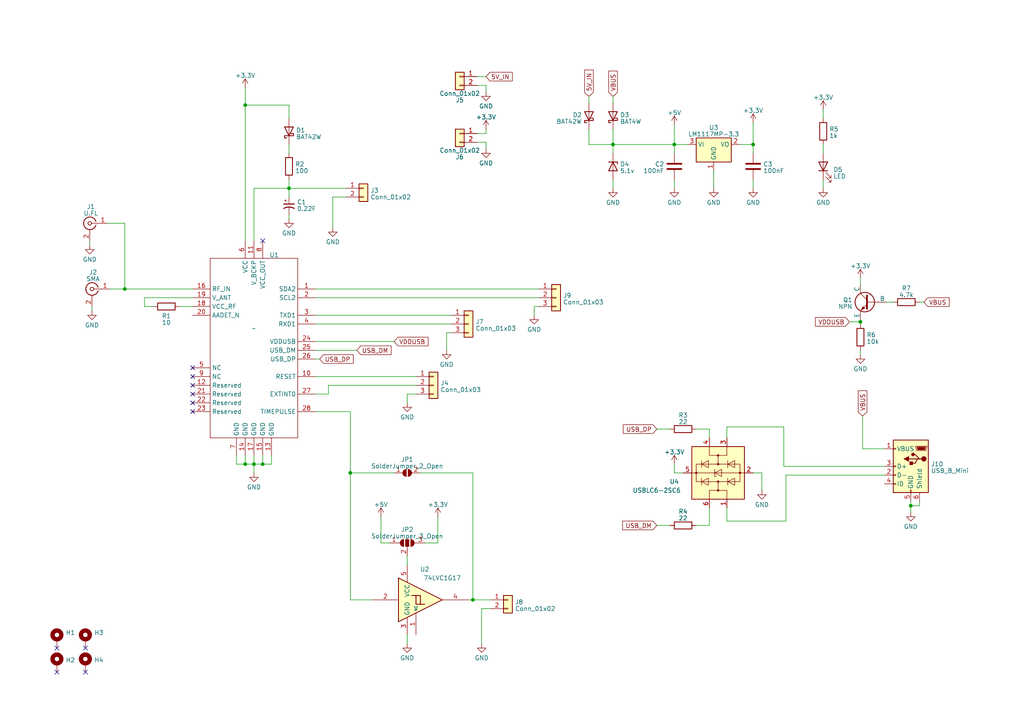
<source format=kicad_sch>
(kicad_sch (version 20230121) (generator eeschema)
  (paper "A4")
  (lib_symbols
    (symbol "74xGxx:74LVC1G17"
      (property "Reference" "U" (at 2.54 7.62 0))
      (property "Value" "74LVC1G17" (at 5.08 -7.62 0))
      (symbol "74LVC1G17_0_1"
        (polyline (pts (xy -2.54 1.27) (xy -1.27 1.27) (xy -1.27 -1.27)) (stroke (width 0.254)) (fill (type background)))
        (polyline (pts (xy -7.62 6.35) (xy -7.62 -6.35) (xy 5.08 0) (xy -7.62 6.35)) (stroke (width 0.254)) (fill (type background)))
        (polyline (pts (xy -3.81 1.27) (xy -2.54 1.27) (xy -2.54 -1.27) (xy 0 -1.27)) (stroke (width 0.254)) (fill (type background)))
      )
      (symbol "74LVC1G17_1_1"
        (pin free line (at -2.54 -10.16 90) (length 6.35) (name "NC") (number "1"))
        (pin input line (at -15.24 0 0) (length 7.62) (name "~") (number "2"))
        (pin power_in line (at -5.08 -10.16 90) (length 5.08) (name "GND") (number "3"))
        (pin output line (at 12.7 0 180) (length 7.62) (name "~") (number "4"))
        (pin power_in line (at -5.08 10.16 270) (length 5.08) (name "VCC") (number "5"))
      )
    )
    (symbol "Connector:Conn_Coaxial" (pin_names (offset 1.016) hide)
      (property "Reference" "J" (at 0.254 3.048 0))
      (property "Value" "Conn_Coaxial" (at 2.921 0 90))
      (symbol "Conn_Coaxial_0_1"
        (arc (start -1.778 -0.508) (mid 0.2311 -1.8066) (end 1.778 0) (stroke (width 0.254)))
        (polyline (pts (xy -2.54 0) (xy -0.508 0)))
        (polyline (pts (xy 0 -2.54) (xy 0 -1.778)))
        (circle (center 0 0) (radius 0.508) (stroke (width 0.2032)))
        (arc (start 1.778 0) (mid 0.2099 1.8101) (end -1.778 0.508) (stroke (width 0.254)))
      )
      (symbol "Conn_Coaxial_1_1"
        (pin passive line (at -5.08 0 0) (length 2.54) (name "In") (number "1"))
        (pin passive line (at 0 -5.08 90) (length 2.54) (name "Ext") (number "2"))
      )
    )
    (symbol "Connector:USB_B_Mini" (pin_names (offset 1.016))
      (property "Reference" "J" (at -5.08 11.43 0))
      (property "Value" "USB_B_Mini" (at -5.08 8.89 0))
      (symbol "USB_B_Mini_0_1"
        (rectangle (start -5.08 -7.62) (end 5.08 7.62) (stroke (width 0.254)) (fill (type background)))
        (circle (center -3.81 2.159) (radius 0.635) (stroke (width 0.254)) (fill (type outline)))
        (circle (center -0.635 3.429) (radius 0.381) (stroke (width 0.254)) (fill (type outline)))
        (rectangle (start -0.127 -7.62) (end 0.127 -6.858))
        (polyline (pts (xy -1.905 2.159) (xy 0.635 2.159)) (stroke (width 0.254)))
        (polyline (pts (xy -3.175 2.159) (xy -2.54 2.159) (xy -1.27 3.429) (xy -0.635 3.429)) (stroke (width 0.254)))
        (polyline (pts (xy -2.54 2.159) (xy -1.905 2.159) (xy -1.27 0.889) (xy 0 0.889)) (stroke (width 0.254)))
        (polyline (pts (xy 0.635 2.794) (xy 0.635 1.524) (xy 1.905 2.159) (xy 0.635 2.794)) (stroke (width 0.254)) (fill (type outline)))
        (polyline (pts (xy -4.318 5.588) (xy -1.778 5.588) (xy -2.032 4.826) (xy -4.064 4.826) (xy -4.318 5.588)) (fill (type outline)))
        (polyline (pts (xy -4.699 5.842) (xy -4.699 5.588) (xy -4.445 4.826) (xy -4.445 4.572) (xy -1.651 4.572) (xy -1.651 4.826) (xy -1.397 5.588) (xy -1.397 5.842) (xy -4.699 5.842)))
        (rectangle (start 0.254 1.27) (end -0.508 0.508) (stroke (width 0.254)) (fill (type outline)))
        (rectangle (start 5.08 -5.207) (end 4.318 -4.953))
        (rectangle (start 5.08 -2.667) (end 4.318 -2.413))
        (rectangle (start 5.08 -0.127) (end 4.318 0.127))
        (rectangle (start 5.08 4.953) (end 4.318 5.207))
      )
      (symbol "USB_B_Mini_1_1"
        (pin power_out line (at 7.62 5.08 180) (length 2.54) (name "VBUS") (number "1"))
        (pin bidirectional line (at 7.62 -2.54 180) (length 2.54) (name "D-") (number "2"))
        (pin bidirectional line (at 7.62 0 180) (length 2.54) (name "D+") (number "3"))
        (pin passive line (at 7.62 -5.08 180) (length 2.54) (name "ID") (number "4"))
        (pin power_out line (at 0 -10.16 90) (length 2.54) (name "GND") (number "5"))
        (pin passive line (at -2.54 -10.16 90) (length 2.54) (name "Shield") (number "6"))
      )
    )
    (symbol "Connector_Generic:Conn_01x02" (pin_names (offset 1.016) hide)
      (property "Reference" "J" (at 0 2.54 0))
      (property "Value" "Conn_01x02" (at 0 -5.08 0))
      (symbol "Conn_01x02_1_1"
        (rectangle (start -1.27 -2.413) (end 0 -2.667) (stroke (width 0.1524)))
        (rectangle (start -1.27 0.127) (end 0 -0.127) (stroke (width 0.1524)))
        (rectangle (start -1.27 1.27) (end 1.27 -3.81) (stroke (width 0.254)) (fill (type background)))
        (pin passive line (at -5.08 0 0) (length 3.81) (name "Pin_1") (number "1"))
        (pin passive line (at -5.08 -2.54 0) (length 3.81) (name "Pin_2") (number "2"))
      )
    )
    (symbol "Connector_Generic:Conn_01x03" (pin_names (offset 1.016) hide)
      (property "Reference" "J" (at 0 5.08 0))
      (property "Value" "Conn_01x03" (at 0 -5.08 0))
      (symbol "Conn_01x03_1_1"
        (rectangle (start -1.27 -2.413) (end 0 -2.667) (stroke (width 0.1524)))
        (rectangle (start -1.27 0.127) (end 0 -0.127) (stroke (width 0.1524)))
        (rectangle (start -1.27 2.667) (end 0 2.413) (stroke (width 0.1524)))
        (rectangle (start -1.27 3.81) (end 1.27 -3.81) (stroke (width 0.254)) (fill (type background)))
        (pin passive line (at -5.08 2.54 0) (length 3.81) (name "Pin_1") (number "1"))
        (pin passive line (at -5.08 0 0) (length 3.81) (name "Pin_2") (number "2"))
        (pin passive line (at -5.08 -2.54 0) (length 3.81) (name "Pin_3") (number "3"))
      )
    )
    (symbol "Device:C" (pin_numbers hide) (pin_names (offset 0.254))
      (property "Reference" "C" (at 0.635 2.54 0))
      (property "Value" "C" (at 0.635 -2.54 0))
      (symbol "C_0_1"
        (polyline (pts (xy -2.032 -0.762) (xy 2.032 -0.762)) (stroke (width 0.508)))
        (polyline (pts (xy -2.032 0.762) (xy 2.032 0.762)) (stroke (width 0.508)))
      )
      (symbol "C_1_1"
        (pin passive line (at 0 3.81 270) (length 2.794) (name "~") (number "1"))
        (pin passive line (at 0 -3.81 90) (length 2.794) (name "~") (number "2"))
      )
    )
    (symbol "Device:C_Polarized_Small_US" (pin_numbers hide) (pin_names (offset 0.254) hide)
      (property "Reference" "C" (at 0.254 1.778 0))
      (property "Value" "C_Polarized_Small_US" (at 0.254 -2.032 0))
      (symbol "C_Polarized_Small_US_0_1"
        (polyline (pts (xy -1.524 0.508) (xy 1.524 0.508)) (stroke (width 0.3048)))
        (polyline (pts (xy -1.27 1.524) (xy -0.762 1.524)))
        (polyline (pts (xy -1.016 1.27) (xy -1.016 1.778)))
        (arc (start 1.524 -0.762) (mid 0 -0.3734) (end -1.524 -0.762) (stroke (width 0.3048)))
      )
      (symbol "C_Polarized_Small_US_1_1"
        (pin passive line (at 0 2.54 270) (length 2.032) (name "~") (number "1"))
        (pin passive line (at 0 -2.54 90) (length 2.032) (name "~") (number "2"))
      )
    )
    (symbol "Device:D_Schottky" (pin_numbers hide) (pin_names (offset 1.016) hide)
      (property "Reference" "D" (at 0 2.54 0))
      (property "Value" "D_Schottky" (at 0 -2.54 0))
      (symbol "D_Schottky_0_1"
        (polyline (pts (xy 1.27 0) (xy -1.27 0)))
        (polyline (pts (xy 1.27 1.27) (xy 1.27 -1.27) (xy -1.27 0) (xy 1.27 1.27)) (stroke (width 0.254)))
        (polyline (pts (xy -1.905 0.635) (xy -1.905 1.27) (xy -1.27 1.27) (xy -1.27 -1.27) (xy -0.635 -1.27) (xy -0.635 -0.635)) (stroke (width 0.254)))
      )
      (symbol "D_Schottky_1_1"
        (pin passive line (at -3.81 0 0) (length 2.54) (name "K") (number "1"))
        (pin passive line (at 3.81 0 180) (length 2.54) (name "A") (number "2"))
      )
    )
    (symbol "Device:D_Zener" (pin_numbers hide) (pin_names (offset 1.016) hide)
      (property "Reference" "D" (at 0 2.54 0))
      (property "Value" "D_Zener" (at 0 -2.54 0))
      (symbol "D_Zener_0_1"
        (polyline (pts (xy 1.27 0) (xy -1.27 0)))
        (polyline (pts (xy -1.27 -1.27) (xy -1.27 1.27) (xy -0.762 1.27)) (stroke (width 0.254)))
        (polyline (pts (xy 1.27 -1.27) (xy 1.27 1.27) (xy -1.27 0) (xy 1.27 -1.27)) (stroke (width 0.254)))
      )
      (symbol "D_Zener_1_1"
        (pin passive line (at -3.81 0 0) (length 2.54) (name "K") (number "1"))
        (pin passive line (at 3.81 0 180) (length 2.54) (name "A") (number "2"))
      )
    )
    (symbol "Device:LED" (pin_numbers hide) (pin_names (offset 1.016) hide)
      (property "Reference" "D" (at 0 2.54 0))
      (property "Value" "LED" (at 0 -2.54 0))
      (symbol "LED_0_1"
        (polyline (pts (xy -1.27 -1.27) (xy -1.27 1.27)) (stroke (width 0.254)))
        (polyline (pts (xy -1.27 0) (xy 1.27 0)))
        (polyline (pts (xy 1.27 -1.27) (xy 1.27 1.27) (xy -1.27 0) (xy 1.27 -1.27)) (stroke (width 0.254)))
        (polyline (pts (xy -3.048 -0.762) (xy -4.572 -2.286) (xy -3.81 -2.286) (xy -4.572 -2.286) (xy -4.572 -1.524)))
        (polyline (pts (xy -1.778 -0.762) (xy -3.302 -2.286) (xy -2.54 -2.286) (xy -3.302 -2.286) (xy -3.302 -1.524)))
      )
      (symbol "LED_1_1"
        (pin passive line (at -3.81 0 0) (length 2.54) (name "K") (number "1"))
        (pin passive line (at 3.81 0 180) (length 2.54) (name "A") (number "2"))
      )
    )
    (symbol "Device:R" (pin_numbers hide) (pin_names (offset 0))
      (property "Reference" "R" (at 2.032 0 90))
      (property "Value" "R" (at 0 0 90))
      (symbol "R_0_1"
        (rectangle (start -1.016 -2.54) (end 1.016 2.54) (stroke (width 0.254)))
      )
      (symbol "R_1_1"
        (pin passive line (at 0 3.81 270) (length 1.27) (name "~") (number "1"))
        (pin passive line (at 0 -3.81 90) (length 1.27) (name "~") (number "2"))
      )
    )
    (symbol "Jumper:SolderJumper_2_Open" (pin_names (offset 0) hide)
      (property "Reference" "JP" (at 0 2.032 0))
      (property "Value" "SolderJumper_2_Open" (at 0 -2.54 0))
      (symbol "SolderJumper_2_Open_0_1"
        (arc (start -0.254 1.016) (mid -1.2656 0) (end -0.254 -1.016))
        (arc (start -0.254 1.016) (mid -1.2656 0) (end -0.254 -1.016) (fill (type outline)))
        (polyline (pts (xy -0.254 1.016) (xy -0.254 -1.016)))
        (polyline (pts (xy 0.254 1.016) (xy 0.254 -1.016)))
        (arc (start 0.254 -1.016) (mid 1.2656 0) (end 0.254 1.016))
        (arc (start 0.254 -1.016) (mid 1.2656 0) (end 0.254 1.016) (fill (type outline)))
      )
      (symbol "SolderJumper_2_Open_1_1"
        (pin passive line (at -3.81 0 0) (length 2.54) (name "A") (number "1"))
        (pin passive line (at 3.81 0 180) (length 2.54) (name "B") (number "2"))
      )
    )
    (symbol "Jumper:SolderJumper_3_Open" (pin_names (offset 0) hide)
      (property "Reference" "JP" (at -2.54 -2.54 0))
      (property "Value" "SolderJumper_3_Open" (at 0 2.794 0))
      (symbol "SolderJumper_3_Open_0_1"
        (arc (start -1.016 1.016) (mid -2.0276 0) (end -1.016 -1.016))
        (arc (start -1.016 1.016) (mid -2.0276 0) (end -1.016 -1.016) (fill (type outline)))
        (rectangle (start -0.508 1.016) (end 0.508 -1.016) (fill (type outline)))
        (polyline (pts (xy -2.54 0) (xy -2.032 0)))
        (polyline (pts (xy -1.016 1.016) (xy -1.016 -1.016)))
        (polyline (pts (xy 0 -1.27) (xy 0 -1.016)))
        (polyline (pts (xy 1.016 1.016) (xy 1.016 -1.016)))
        (polyline (pts (xy 2.54 0) (xy 2.032 0)))
        (arc (start 1.016 -1.016) (mid 2.0276 0) (end 1.016 1.016))
        (arc (start 1.016 -1.016) (mid 2.0276 0) (end 1.016 1.016) (fill (type outline)))
      )
      (symbol "SolderJumper_3_Open_1_1"
        (pin passive line (at -5.08 0 0) (length 2.54) (name "A") (number "1"))
        (pin passive line (at 0 -3.81 90) (length 2.54) (name "C") (number "2"))
        (pin passive line (at 5.08 0 180) (length 2.54) (name "B") (number "3"))
      )
    )
    (symbol "Mechanical:MountingHole_Pad" (pin_numbers hide) (pin_names (offset 1.016) hide)
      (property "Reference" "H" (at 0 6.35 0))
      (property "Value" "MountingHole_Pad" (at 0 4.445 0))
      (symbol "MountingHole_Pad_0_1"
        (circle (center 0 1.27) (radius 1.27) (stroke (width 1.27)))
      )
      (symbol "MountingHole_Pad_1_1"
        (pin input line (at 0 -2.54 90) (length 2.54) (name "1") (number "1"))
      )
    )
    (symbol "Power_Protection:USBLC6-2SC6" (pin_names hide)
      (property "Reference" "U" (at 2.54 8.89 0))
      (property "Value" "USBLC6-2SC6" (at 2.54 -8.89 0))
      (symbol "USBLC6-2SC6_0_1"
        (rectangle (start -7.62 -7.62) (end 7.62 7.62) (stroke (width 0.254)) (fill (type background)))
        (circle (center -5.08 0) (radius 0.254) (fill (type outline)))
        (circle (center -2.54 0) (radius 0.254) (fill (type outline)))
        (rectangle (start -2.54 6.35) (end 2.54 -6.35))
        (circle (center 0 -6.35) (radius 0.254) (fill (type outline)))
        (polyline (pts (xy -5.08 -2.54) (xy -7.62 -2.54)))
        (polyline (pts (xy -5.08 0) (xy -5.08 -2.54)))
        (polyline (pts (xy -5.08 2.54) (xy -7.62 2.54)))
        (polyline (pts (xy -1.524 -2.794) (xy -3.556 -2.794)))
        (polyline (pts (xy -1.524 4.826) (xy -3.556 4.826)))
        (polyline (pts (xy 0 -7.62) (xy 0 -6.35)))
        (polyline (pts (xy 0 -6.35) (xy 0 1.27)))
        (polyline (pts (xy 0 1.27) (xy 0 6.35)))
        (polyline (pts (xy 0 6.35) (xy 0 7.62)))
        (polyline (pts (xy 1.524 -2.794) (xy 3.556 -2.794)))
        (polyline (pts (xy 1.524 4.826) (xy 3.556 4.826)))
        (polyline (pts (xy 5.08 -2.54) (xy 7.62 -2.54)))
        (polyline (pts (xy 5.08 0) (xy 5.08 -2.54)))
        (polyline (pts (xy 5.08 2.54) (xy 7.62 2.54)))
        (polyline (pts (xy -2.54 0) (xy -5.08 0) (xy -5.08 2.54)))
        (polyline (pts (xy 2.54 0) (xy 5.08 0) (xy 5.08 2.54)))
        (polyline (pts (xy -3.556 -4.826) (xy -1.524 -4.826) (xy -2.54 -2.794) (xy -3.556 -4.826)))
        (polyline (pts (xy -3.556 2.794) (xy -1.524 2.794) (xy -2.54 4.826) (xy -3.556 2.794)))
        (polyline (pts (xy -1.016 -1.016) (xy 1.016 -1.016) (xy 0 1.016) (xy -1.016 -1.016)))
        (polyline (pts (xy 1.016 1.016) (xy 0.762 1.016) (xy -1.016 1.016) (xy -1.016 0.508)))
        (polyline (pts (xy 3.556 -4.826) (xy 1.524 -4.826) (xy 2.54 -2.794) (xy 3.556 -4.826)))
        (polyline (pts (xy 3.556 2.794) (xy 1.524 2.794) (xy 2.54 4.826) (xy 3.556 2.794)))
        (circle (center 0 6.35) (radius 0.254) (fill (type outline)))
        (circle (center 2.54 0) (radius 0.254) (fill (type outline)))
        (circle (center 5.08 0) (radius 0.254) (fill (type outline)))
      )
      (symbol "USBLC6-2SC6_1_1"
        (pin passive line (at -10.16 -2.54 0) (length 2.54) (name "I/O1") (number "1"))
        (pin passive line (at 0 -10.16 90) (length 2.54) (name "GND") (number "2"))
        (pin passive line (at 10.16 -2.54 180) (length 2.54) (name "I/O2") (number "3"))
        (pin passive line (at 10.16 2.54 180) (length 2.54) (name "I/O2") (number "4"))
        (pin passive line (at 0 10.16 270) (length 2.54) (name "VBUS") (number "5"))
        (pin passive line (at -10.16 2.54 0) (length 2.54) (name "I/O1") (number "6"))
      )
    )
    (symbol "Regulator_Linear:LM1117MP-3.3"
      (property "Reference" "U" (at -3.81 3.175 0))
      (property "Value" "LM1117MP-3.3" (at 0 3.175 0))
      (symbol "LM1117MP-3.3_0_1"
        (rectangle (start -5.08 -5.08) (end 5.08 1.905) (stroke (width 0.254)) (fill (type background)))
      )
      (symbol "LM1117MP-3.3_1_1"
        (pin power_in line (at 0 -7.62 90) (length 2.54) (name "GND") (number "1"))
        (pin power_out line (at 7.62 0 180) (length 2.54) (name "VO") (number "2"))
        (pin power_in line (at -7.62 0 0) (length 2.54) (name "VI") (number "3"))
      )
    )
    (symbol "Simulation_SPICE:NPN" (pin_numbers hide) (pin_names (offset 0))
      (property "Reference" "Q" (at -2.54 7.62 0))
      (property "Value" "NPN" (at -2.54 5.08 0))
      (symbol "NPN_0_1"
        (polyline (pts (xy -2.54 0) (xy 0.635 0)) (stroke (width 0.1524)))
        (polyline (pts (xy 0.635 0.635) (xy 2.54 2.54)))
        (polyline (pts (xy 2.794 -1.27) (xy 2.794 -1.27)) (stroke (width 0.1524)))
        (polyline (pts (xy 2.794 -1.27) (xy 2.794 -1.27)) (stroke (width 0.1524)))
        (polyline (pts (xy 0.635 -0.635) (xy 2.54 -2.54) (xy 2.54 -2.54)))
        (polyline (pts (xy 0.635 1.905) (xy 0.635 -1.905) (xy 0.635 -1.905)) (stroke (width 0.508)))
        (polyline (pts (xy 1.27 -1.778) (xy 1.778 -1.27) (xy 2.286 -2.286) (xy 1.27 -1.778) (xy 1.27 -1.778)) (fill (type outline)))
        (circle (center 1.27 0) (radius 2.8194) (stroke (width 0.254)))
      )
      (symbol "NPN_1_1"
        (pin open_collector line (at 2.54 5.08 270) (length 2.54) (name "C") (number "1"))
        (pin input line (at -5.08 0 0) (length 2.54) (name "B") (number "2"))
        (pin open_emitter line (at 2.54 -5.08 90) (length 2.54) (name "E") (number "3"))
      )
    )
    (symbol "power:+3.3V" (power) (pin_names (offset 0))
      (property "Value" "+3.3V" (at 0 3.556 0))
      (symbol "+3.3V_0_1"
        (polyline (pts (xy -0.762 1.27) (xy 0 2.54)))
        (polyline (pts (xy 0 0) (xy 0 2.54)))
        (polyline (pts (xy 0 2.54) (xy 0.762 1.27)))
      )
      (symbol "+3.3V_1_1"
        (pin power_in line (at 0 0 90) (length 0) hide (name "+3.3V") (number "1"))
      )
    )
    (symbol "power:+5V" (power) (pin_names (offset 0))
      (property "Value" "+5V" (at 0 3.556 0))
      (symbol "+5V_0_1"
        (polyline (pts (xy -0.762 1.27) (xy 0 2.54)))
        (polyline (pts (xy 0 0) (xy 0 2.54)))
        (polyline (pts (xy 0 2.54) (xy 0.762 1.27)))
      )
      (symbol "+5V_1_1"
        (pin power_in line (at 0 0 90) (length 0) hide (name "+5V") (number "1"))
      )
    )
    (symbol "power:GND" (power) (pin_names (offset 0))
      (property "Value" "GND" (at 0 -3.81 0))
      (symbol "GND_0_1"
        (polyline (pts (xy 0 0) (xy 0 -1.27) (xy 1.27 -1.27) (xy 0 -2.54) (xy -1.27 -1.27) (xy 0 -1.27)))
      )
      (symbol "GND_1_1"
        (pin power_in line (at 0 0 270) (length 0) hide (name "GND") (number "1"))
      )
    )
    (symbol "ublox-lea-6h:ublox-lea-6h"
      (property "Reference" "U" (at 0 0 0))
      (symbol "ublox-lea-6h_1_1"
        (rectangle (start -12.7 26.67) (end 12.7 -25.4))
        (pin bidirectional line (at 17.78 17.78 180) (length 5.08) (name "SDA2") (number "1"))
        (pin input line (at 17.78 -7.62 180) (length 5.08) (name "RESET") (number "10"))
        (pin power_in line (at 0 31.75 270) (length 5.08) (name "V_BCKP") (number "11"))
        (pin no_connect line (at -17.78 -10.16 0) (length 5.08) (name "Reserved") (number "12"))
        (pin power_in line (at 5.08 -30.48 90) (length 5.08) (name "GND") (number "13"))
        (pin power_in line (at -2.54 -30.48 90) (length 5.08) (name "GND") (number "14"))
        (pin power_in line (at 2.54 -30.48 90) (length 5.08) (name "GND") (number "15"))
        (pin input line (at -17.78 17.78 0) (length 5.08) (name "RF_IN") (number "16"))
        (pin power_in line (at 0 -30.48 90) (length 5.08) (name "GND") (number "17"))
        (pin power_in line (at -17.78 12.7 0) (length 5.08) (name "VCC_RF") (number "18"))
        (pin power_in line (at -17.78 15.24 0) (length 5.08) (name "V_ANT") (number "19"))
        (pin input line (at 17.78 15.24 180) (length 5.08) (name "SCL2") (number "2"))
        (pin input line (at -17.78 10.16 0) (length 5.08) (name "AADET_N") (number "20"))
        (pin no_connect line (at -17.78 -12.7 0) (length 5.08) (name "Reserved") (number "21"))
        (pin no_connect line (at -17.78 -15.24 0) (length 5.08) (name "Reserved") (number "22"))
        (pin no_connect line (at -17.78 -17.78 0) (length 5.08) (name "Reserved") (number "23"))
        (pin power_in line (at 17.78 2.54 180) (length 5.08) (name "VDDUSB") (number "24"))
        (pin bidirectional line (at 17.78 0 180) (length 5.08) (name "USB_DM") (number "25"))
        (pin bidirectional line (at 17.78 -2.54 180) (length 5.08) (name "USB_DP") (number "26"))
        (pin input line (at 17.78 -12.7 180) (length 5.08) (name "EXTINT0") (number "27"))
        (pin output line (at 17.78 -17.78 180) (length 5.08) (name "TIMEPULSE") (number "28"))
        (pin output line (at 17.78 10.16 180) (length 5.08) (name "TXD1") (number "3"))
        (pin input line (at 17.78 7.62 180) (length 5.08) (name "RXD1") (number "4"))
        (pin no_connect line (at -17.78 -5.08 0) (length 5.08) (name "NC") (number "5"))
        (pin power_in line (at -2.54 31.75 270) (length 5.08) (name "VCC") (number "6"))
        (pin power_in line (at -5.08 -30.48 90) (length 5.08) (name "GND") (number "7"))
        (pin power_out line (at 2.54 31.75 270) (length 5.08) (name "VCC_OUT") (number "8"))
        (pin no_connect line (at -17.78 -7.62 0) (length 5.08) (name "NC") (number "9"))
      )
    )
  )
  (junction (at 177.8 41.91))
  (junction (at 71.12 134.62))
  (junction (at 249.555 93.345))
  (junction (at 195.58 41.91))
  (junction (at 101.6 137.16))
  (junction (at 218.44 41.91))
  (junction (at 36.195 83.82))
  (junction (at 73.66 134.62))
  (junction (at 76.2 134.62))
  (junction (at 83.82 54.61))
  (junction (at 264.16 146.685))
  (junction (at 137.16 173.99))
  (junction (at 71.12 30.48))
  (no_connect (at 24.765 194.945))
  (no_connect (at 55.88 111.76))
  (no_connect (at 24.765 187.96))
  (no_connect (at 55.88 119.38))
  (no_connect (at 55.88 109.22))
  (no_connect (at 55.88 116.84))
  (no_connect (at 55.88 106.68))
  (no_connect (at 76.2 69.85))
  (no_connect (at 16.51 187.96))
  (no_connect (at 16.51 194.945))
  (no_connect (at 55.88 114.3))
  (wire (pts (xy 68.58 134.62) (xy 71.12 134.62)))
  (wire (pts (xy 36.195 83.82) (xy 55.88 83.82)))
  (wire (pts (xy 83.82 62.23) (xy 83.82 63.5)))
  (wire (pts (xy 138.43 41.275) (xy 140.97 41.275)))
  (wire (pts (xy 156.21 88.9) (xy 154.94 88.9)))
  (wire (pts (xy 110.49 149.86) (xy 110.49 157.48)))
  (wire (pts (xy 73.66 134.62) (xy 76.2 134.62)))
  (wire (pts (xy 83.82 30.48) (xy 71.12 30.48)))
  (wire (pts (xy 130.81 96.52) (xy 129.54 96.52)))
  (wire (pts (xy 218.44 41.91) (xy 218.44 44.45)))
  (wire (pts (xy 198.12 137.16) (xy 195.58 137.16)))
  (wire (pts (xy 137.16 137.16) (xy 137.16 173.99)))
  (wire (pts (xy 218.44 52.07) (xy 218.44 54.61)))
  (wire (pts (xy 91.44 91.44) (xy 130.81 91.44)))
  (wire (pts (xy 177.8 41.91) (xy 195.58 41.91)))
  (wire (pts (xy 71.12 132.08) (xy 71.12 134.62)))
  (wire (pts (xy 55.88 86.36) (xy 41.91 86.36)))
  (wire (pts (xy 118.11 161.29) (xy 118.11 163.83)))
  (wire (pts (xy 91.44 93.98) (xy 130.81 93.98)))
  (wire (pts (xy 249.555 93.345) (xy 249.555 93.98)))
  (wire (pts (xy 101.6 137.16) (xy 114.3 137.16)))
  (wire (pts (xy 73.66 54.61) (xy 83.82 54.61)))
  (wire (pts (xy 83.82 41.91) (xy 83.82 44.45)))
  (wire (pts (xy 127 149.86) (xy 127 157.48)))
  (wire (pts (xy 123.19 157.48) (xy 127 157.48)))
  (wire (pts (xy 91.44 101.6) (xy 103.505 101.6)))
  (wire (pts (xy 138.43 22.225) (xy 140.97 22.225)))
  (wire (pts (xy 220.98 137.16) (xy 220.98 142.24)))
  (wire (pts (xy 195.58 41.91) (xy 195.58 44.45)))
  (wire (pts (xy 238.76 31.75) (xy 238.76 34.29)))
  (wire (pts (xy 257.175 87.63) (xy 259.08 87.63)))
  (wire (pts (xy 195.58 137.16) (xy 195.58 134.62)))
  (wire (pts (xy 249.555 101.6) (xy 249.555 102.87)))
  (wire (pts (xy 83.82 52.07) (xy 83.82 54.61)))
  (wire (pts (xy 250.19 130.175) (xy 256.54 130.175)))
  (wire (pts (xy 170.815 37.465) (xy 170.815 41.91)))
  (wire (pts (xy 170.815 41.91) (xy 177.8 41.91)))
  (wire (pts (xy 83.82 54.61) (xy 100.33 54.61)))
  (wire (pts (xy 140.97 24.765) (xy 140.97 26.67)))
  (wire (pts (xy 91.44 99.06) (xy 114.3 99.06)))
  (wire (pts (xy 264.16 145.415) (xy 264.16 146.685)))
  (wire (pts (xy 91.44 119.38) (xy 101.6 119.38)))
  (wire (pts (xy 71.12 25.4) (xy 71.12 30.48)))
  (wire (pts (xy 83.82 54.61) (xy 83.82 57.15)))
  (wire (pts (xy 26.67 88.9) (xy 26.67 90.17)))
  (wire (pts (xy 264.16 146.685) (xy 264.16 148.59)))
  (wire (pts (xy 205.74 124.46) (xy 205.74 127)))
  (wire (pts (xy 195.58 52.07) (xy 195.58 54.61)))
  (wire (pts (xy 266.7 87.63) (xy 267.97 87.63)))
  (wire (pts (xy 83.82 34.29) (xy 83.82 30.48)))
  (wire (pts (xy 36.195 64.77) (xy 36.195 83.82)))
  (wire (pts (xy 227.33 135.255) (xy 227.33 123.825)))
  (wire (pts (xy 177.8 27.94) (xy 177.8 29.845)))
  (wire (pts (xy 177.8 37.465) (xy 177.8 41.91)))
  (wire (pts (xy 250.19 120.65) (xy 250.19 130.175)))
  (wire (pts (xy 31.115 64.77) (xy 36.195 64.77)))
  (wire (pts (xy 73.66 54.61) (xy 73.66 69.85)))
  (wire (pts (xy 100.33 57.15) (xy 96.52 57.15)))
  (wire (pts (xy 91.44 109.22) (xy 120.65 109.22)))
  (wire (pts (xy 138.43 24.765) (xy 140.97 24.765)))
  (wire (pts (xy 137.16 173.99) (xy 142.24 173.99)))
  (wire (pts (xy 135.89 173.99) (xy 137.16 173.99)))
  (wire (pts (xy 256.54 135.255) (xy 227.33 135.255)))
  (wire (pts (xy 118.11 114.3) (xy 118.11 116.84)))
  (wire (pts (xy 249.555 80.645) (xy 249.555 82.55)))
  (wire (pts (xy 210.82 151.13) (xy 227.965 151.13)))
  (wire (pts (xy 238.76 41.91) (xy 238.76 44.45)))
  (wire (pts (xy 190.5 124.46) (xy 194.31 124.46)))
  (wire (pts (xy 101.6 173.99) (xy 107.95 173.99)))
  (wire (pts (xy 170.815 27.94) (xy 170.815 29.845)))
  (wire (pts (xy 207.01 49.53) (xy 207.01 54.61)))
  (wire (pts (xy 138.43 38.735) (xy 140.97 38.735)))
  (wire (pts (xy 73.66 134.62) (xy 73.66 137.16)))
  (wire (pts (xy 120.65 114.3) (xy 118.11 114.3)))
  (wire (pts (xy 266.7 146.685) (xy 266.7 145.415)))
  (wire (pts (xy 195.58 41.91) (xy 199.39 41.91)))
  (wire (pts (xy 205.74 147.32) (xy 205.74 152.4)))
  (wire (pts (xy 91.44 86.36) (xy 156.21 86.36)))
  (wire (pts (xy 91.44 104.14) (xy 92.71 104.14)))
  (wire (pts (xy 227.965 137.795) (xy 256.54 137.795)))
  (wire (pts (xy 238.76 52.07) (xy 238.76 54.61)))
  (wire (pts (xy 113.03 157.48) (xy 110.49 157.48)))
  (wire (pts (xy 52.07 88.9) (xy 55.88 88.9)))
  (wire (pts (xy 91.44 114.3) (xy 95.25 114.3)))
  (wire (pts (xy 76.2 132.08) (xy 76.2 134.62)))
  (wire (pts (xy 71.12 30.48) (xy 71.12 69.85)))
  (wire (pts (xy 264.16 146.685) (xy 266.7 146.685)))
  (wire (pts (xy 41.91 88.9) (xy 44.45 88.9)))
  (wire (pts (xy 101.6 119.38) (xy 101.6 137.16)))
  (wire (pts (xy 71.12 134.62) (xy 73.66 134.62)))
  (wire (pts (xy 91.44 83.82) (xy 156.21 83.82)))
  (wire (pts (xy 78.74 134.62) (xy 78.74 132.08)))
  (wire (pts (xy 177.8 44.45) (xy 177.8 41.91)))
  (wire (pts (xy 142.24 176.53) (xy 139.7 176.53)))
  (wire (pts (xy 218.44 137.16) (xy 220.98 137.16)))
  (wire (pts (xy 95.25 114.3) (xy 95.25 111.76)))
  (wire (pts (xy 140.97 41.275) (xy 140.97 43.18)))
  (wire (pts (xy 227.965 151.13) (xy 227.965 137.795)))
  (wire (pts (xy 190.5 152.4) (xy 194.31 152.4)))
  (wire (pts (xy 210.82 123.825) (xy 210.82 127)))
  (wire (pts (xy 76.2 134.62) (xy 78.74 134.62)))
  (wire (pts (xy 95.25 111.76) (xy 120.65 111.76)))
  (wire (pts (xy 121.92 137.16) (xy 137.16 137.16)))
  (wire (pts (xy 73.66 132.08) (xy 73.66 134.62)))
  (wire (pts (xy 177.8 52.07) (xy 177.8 54.61)))
  (wire (pts (xy 129.54 96.52) (xy 129.54 101.6)))
  (wire (pts (xy 249.555 92.71) (xy 249.555 93.345)))
  (wire (pts (xy 227.33 123.825) (xy 210.82 123.825)))
  (wire (pts (xy 154.94 88.9) (xy 154.94 91.44)))
  (wire (pts (xy 31.75 83.82) (xy 36.195 83.82)))
  (wire (pts (xy 26.035 69.85) (xy 26.035 71.12)))
  (wire (pts (xy 246.38 93.345) (xy 249.555 93.345)))
  (wire (pts (xy 139.7 176.53) (xy 139.7 186.69)))
  (wire (pts (xy 195.58 36.195) (xy 195.58 41.91)))
  (wire (pts (xy 118.11 184.15) (xy 118.11 186.69)))
  (wire (pts (xy 68.58 132.08) (xy 68.58 134.62)))
  (wire (pts (xy 41.91 86.36) (xy 41.91 88.9)))
  (wire (pts (xy 96.52 57.15) (xy 96.52 66.04)))
  (wire (pts (xy 140.97 37.465) (xy 140.97 38.735)))
  (wire (pts (xy 218.44 35.56) (xy 218.44 41.91)))
  (wire (pts (xy 210.82 147.32) (xy 210.82 151.13)))
  (wire (pts (xy 201.93 152.4) (xy 205.74 152.4)))
  (wire (pts (xy 101.6 137.16) (xy 101.6 173.99)))
  (wire (pts (xy 214.63 41.91) (xy 218.44 41.91)))
  (wire (pts (xy 205.74 124.46) (xy 201.93 124.46)))
  (global_label "VDDUSB" (shape input) (at 246.38 93.345 180) (property "Intersheetrefs" "${INTERSHEET_REFS}" (effects hide)))
  (global_label "VBUS" (shape input) (at 267.97 87.63 0) (property "Intersheetrefs" "${INTERSHEET_REFS}" (effects hide)))
  (global_label "5V_IN" (shape input) (at 170.815 27.94 90) (property "Intersheetrefs" "${INTERSHEET_REFS}" (effects hide)))
  (global_label "VBUS" (shape input) (at 177.8 27.94 90) (property "Intersheetrefs" "${INTERSHEET_REFS}" (effects hide)))
  (global_label "USB_DP" (shape input) (at 190.5 124.46 180) (property "Intersheetrefs" "${INTERSHEET_REFS}" (effects hide)))
  (global_label "VDDUSB" (shape input) (at 114.3 99.06 0) (property "Intersheetrefs" "${INTERSHEET_REFS}" (effects hide)))
  (global_label "USB_DM" (shape input) (at 103.505 101.6 0) (property "Intersheetrefs" "${INTERSHEET_REFS}" (effects hide)))
  (global_label "VBUS" (shape input) (at 250.19 120.65 90) (property "Intersheetrefs" "${INTERSHEET_REFS}" (effects hide)))
  (global_label "USB_DP" (shape input) (at 92.71 104.14 0) (property "Intersheetrefs" "${INTERSHEET_REFS}" (effects hide)))
  (global_label "USB_DM" (shape input) (at 190.5 152.4 180) (property "Intersheetrefs" "${INTERSHEET_REFS}" (effects hide)))
  (global_label "5V_IN" (shape input) (at 140.97 22.225 0) (property "Intersheetrefs" "${INTERSHEET_REFS}" (effects hide)))
  (symbol (lib_id "Connector:Conn_Coaxial") (at 26.67 83.82 0) (mirror y) (unit 1)
    (property "Reference" "J2" (at 26.9874 78.9835 0))
    (property "Value" "SMA" (at 26.9874 80.9045 0))
    (property "Footprint" "Connector_Coaxial:SMA_Amphenol_901-144_Vertical" (effects hide))
    (property "Datasheet" " ~" (effects hide))
  )
  (symbol (lib_id "power:+3.3V") (at 238.76 31.75 0) (unit 1)
    (property "Reference" "#PWR025" (effects hide))
    (property "Value" "+3.3V" (at 238.76 28.2481 0))
  )
  (symbol (lib_id "power:+3.3V") (at 195.58 134.62 0) (unit 1)
    (property "Reference" "#PWR020" (effects hide))
    (property "Value" "+3.3V" (at 195.58 131.1181 0))
  )
  (symbol (lib_id "Mechanical:MountingHole_Pad") (at 16.51 192.405 0) (unit 1)
    (property "Reference" "H2" (at 19.05 191.4518 0) (effects (justify left)))
    (property "Value" "MountingHole_Pad" (effects hide))
    (property "Footprint" "MountingHole:MountingHole_3.2mm_M3_DIN965_Pad_TopBottom" (effects hide))
  )
  (symbol (lib_id "Device:C_Polarized_Small_US") (at 83.82 59.69 0) (unit 1)
    (property "Reference" "C1" (at 86.1314 58.6145 0) (effects (justify left)))
    (property "Value" "0.22F" (at 86.1314 60.5355 0) (effects (justify left)))
    (property "Footprint" "DMS3R3224RF:DMS3R3224RF" (effects hide))
    (property "Reichelt" "KO DMS3R3224RF" (effects hide))
  )
  (symbol (lib_id "Device:LED") (at 238.76 48.26 90) (unit 1)
    (property "Reference" "D5" (at 241.681 49.2038 90) (effects (justify right)))
    (property "Value" "LED" (at 241.681 51.1248 90) (effects (justify right)))
    (property "Footprint" "LED_SMD:LED_0603_1608Metric_Pad1.05x0.95mm_HandSolder" (effects hide))
  )
  (symbol (lib_id "power:GND") (at 83.82 63.5 0) (unit 1)
    (property "Reference" "#PWR05" (effects hide))
    (property "Value" "GND" (at 83.82 67.6355 0))
  )
  (symbol (lib_id "power:GND") (at 195.58 54.61 0) (unit 1)
    (property "Reference" "#PWR019" (effects hide))
    (property "Value" "GND" (at 195.58 58.7455 0))
  )
  (symbol (lib_id "power:GND") (at 26.67 90.17 0) (unit 1)
    (property "Reference" "#PWR02" (effects hide))
    (property "Value" "GND" (at 26.67 94.3055 0))
  )
  (symbol (lib_id "Mechanical:MountingHole_Pad") (at 24.765 192.405 0) (unit 1)
    (property "Reference" "H4" (at 27.305 191.4518 0) (effects (justify left)))
    (property "Value" "MountingHole_Pad" (effects hide))
    (property "Footprint" "MountingHole:MountingHole_3.2mm_M3_DIN965_Pad_TopBottom" (effects hide))
  )
  (symbol (lib_id "Device:D_Zener") (at 177.8 48.26 270) (unit 1)
    (property "Reference" "D4" (at 179.832 47.6163 90) (effects (justify left)))
    (property "Value" "5.1v" (at 179.832 49.5373 90) (effects (justify left)))
    (property "Footprint" "Diode_SMD:D_SOD-323_HandSoldering" (effects hide))
  )
  (symbol (lib_id "Connector:Conn_Coaxial") (at 26.035 64.77 0) (mirror y) (unit 1)
    (property "Reference" "J1" (at 26.3524 59.9335 0))
    (property "Value" "U.FL" (at 26.3524 61.8545 0))
    (property "Footprint" "Connector_Coaxial:U.FL_Molex_MCRF_73412-0110_Vertical" (effects hide))
    (property "Datasheet" " ~" (effects hide))
  )
  (symbol (lib_id "power:GND") (at 218.44 54.61 0) (unit 1)
    (property "Reference" "#PWR023" (effects hide))
    (property "Value" "GND" (at 218.44 58.7455 0))
  )
  (symbol (lib_id "74xGxx:74LVC1G17") (at 123.19 173.99 0) (unit 1)
    (property "Reference" "U2" (at 123.19 165.1 0))
    (property "Value" "74LVC1G17" (at 128.27 167.64 0))
    (property "Footprint" "Package_TO_SOT_SMD:SOT-23-5_HandSoldering" (effects hide))
    (property "Datasheet" "https://www.ti.com/lit/ds/symlink/sn74lvc1g17.pdf" (effects hide))
  )
  (symbol (lib_id "Mechanical:MountingHole_Pad") (at 24.765 185.42 0) (unit 1)
    (property "Reference" "H3" (at 27.305 183.5063 0) (effects (justify left)))
    (property "Value" "MountingHole_Pad" (effects hide))
    (property "Footprint" "MountingHole:MountingHole_3.2mm_M3_DIN965_Pad_TopBottom" (effects hide))
  )
  (symbol (lib_id "Connector:USB_B_Mini") (at 264.16 135.255 0) (mirror y) (unit 1)
    (property "Reference" "J10" (at 270.002 134.6113 0) (effects (justify right)))
    (property "Value" "USB_B_Mini" (at 270.002 136.5323 0) (effects (justify right)))
    (property "Footprint" "Connector_USB:USB_Mini-B_Lumberg_2486_01_Horizontal" (effects hide))
  )
  (symbol (lib_id "power:GND") (at 249.555 102.87 0) (unit 1)
    (property "Reference" "#PWR028" (effects hide))
    (property "Value" "GND" (at 249.555 107.0055 0))
  )
  (symbol (lib_id "Connector_Generic:Conn_01x02") (at 105.41 54.61 0) (unit 1)
    (property "Reference" "J3" (at 107.442 55.2363 0) (effects (justify left)))
    (property "Value" "Conn_01x02" (at 107.442 57.1573 0) (effects (justify left)))
    (property "Footprint" "Connector_PinHeader_2.54mm:PinHeader_1x02_P2.54mm_Vertical" (effects hide))
  )
  (symbol (lib_id "Device:R") (at 83.82 48.26 0) (unit 1)
    (property "Reference" "R2" (at 85.598 47.6163 0) (effects (justify left)))
    (property "Value" "100" (at 85.598 49.5373 0) (effects (justify left)))
    (property "Footprint" "Resistor_SMD:R_0603_1608Metric_Pad0.98x0.95mm_HandSolder" (effects hide))
  )
  (symbol (lib_id "ublox-lea-6h:ublox-lea-6h") (at 73.66 101.6 0) (unit 1)
    (property "Reference" "U1" (at 78.1559 73.9681 0) (effects (justify left)))
    (property "Value" "~" (at 73.66 95.25 0))
    (property "Footprint" "RF_GPS:ublox_LEA" (effects hide))
  )
  (symbol (lib_id "Device:R") (at 262.89 87.63 90) (unit 1)
    (property "Reference" "R7" (at 262.89 83.6041 90))
    (property "Value" "4.7k" (at 262.89 85.5251 90))
    (property "Footprint" "Resistor_SMD:R_0603_1608Metric_Pad0.98x0.95mm_HandSolder" (effects hide))
  )
  (symbol (lib_id "Regulator_Linear:LM1117MP-3.3") (at 207.01 41.91 0) (unit 1)
    (property "Reference" "U3" (at 207.01 36.9951 0))
    (property "Value" "LM1117MP-3.3" (at 207.01 38.9161 0))
    (property "Footprint" "Package_TO_SOT_SMD:SOT-223-3_TabPin2" (effects hide))
    (property "Datasheet" "http://www.ti.com/lit/ds/symlink/lm1117.pdf" (effects hide))
  )
  (symbol (lib_id "Jumper:SolderJumper_2_Open") (at 118.11 137.16 0) (unit 1)
    (property "Reference" "JP1" (at 118.11 133.2611 0))
    (property "Value" "SolderJumper_2_Open" (at 118.11 135.1821 0))
    (property "Footprint" "Jumper:SolderJumper-2_P1.3mm_Open_RoundedPad1.0x1.5mm" (effects hide))
  )
  (symbol (lib_id "Connector_Generic:Conn_01x02") (at 133.35 38.735 0) (mirror y) (unit 1)
    (property "Reference" "J6" (at 133.35 45.5549 0))
    (property "Value" "Conn_01x02" (at 133.35 43.6339 0))
    (property "Footprint" "Connector_PinHeader_2.54mm:PinHeader_1x02_P2.54mm_Vertical" (effects hide))
  )
  (symbol (lib_id "Device:R") (at 238.76 38.1 0) (unit 1)
    (property "Reference" "R5" (at 240.538 37.4563 0) (effects (justify left)))
    (property "Value" "1k" (at 240.538 39.3773 0) (effects (justify left)))
    (property "Footprint" "Resistor_SMD:R_0603_1608Metric_Pad0.98x0.95mm_HandSolder" (effects hide))
  )
  (symbol (lib_id "Connector_Generic:Conn_01x03") (at 161.29 86.36 0) (unit 1)
    (property "Reference" "J9" (at 163.322 85.7163 0) (effects (justify left)))
    (property "Value" "Conn_01x03" (at 163.322 87.6373 0) (effects (justify left)))
    (property "Footprint" "Connector_PinHeader_2.54mm:PinHeader_1x03_P2.54mm_Vertical" (effects hide))
  )
  (symbol (lib_id "Mechanical:MountingHole_Pad") (at 16.51 185.42 0) (unit 1)
    (property "Reference" "H1" (at 19.05 183.5063 0) (effects (justify left)))
    (property "Value" "MountingHole_Pad" (effects hide))
    (property "Footprint" "MountingHole:MountingHole_3.2mm_M3_DIN965_Pad_TopBottom" (effects hide))
  )
  (symbol (lib_id "power:GND") (at 140.97 43.18 0) (unit 1)
    (property "Reference" "#PWR015" (effects hide))
    (property "Value" "GND" (at 140.97 47.3155 0))
  )
  (symbol (lib_id "Connector_Generic:Conn_01x02") (at 147.32 173.99 0) (unit 1)
    (property "Reference" "J8" (at 149.352 174.6163 0) (effects (justify left)))
    (property "Value" "Conn_01x02" (at 149.352 176.5373 0) (effects (justify left)))
    (property "Footprint" "Connector_PinHeader_2.54mm:PinHeader_1x02_P2.54mm_Vertical" (effects hide))
  )
  (symbol (lib_id "Device:R") (at 198.12 152.4 90) (unit 1)
    (property "Reference" "R4" (at 198.12 148.3741 90))
    (property "Value" "22" (at 198.12 150.2951 90))
    (property "Footprint" "Resistor_SMD:R_0603_1608Metric_Pad0.98x0.95mm_HandSolder" (effects hide))
  )
  (symbol (lib_id "power:GND") (at 139.7 186.69 0) (unit 1)
    (property "Reference" "#PWR012" (effects hide))
    (property "Value" "GND" (at 139.7 190.8255 0))
  )
  (symbol (lib_id "Device:R") (at 48.26 88.9 90) (unit 1)
    (property "Reference" "R1" (at 48.26 91.6385 90))
    (property "Value" "10" (at 48.26 93.5595 90))
    (property "Footprint" "Resistor_SMD:R_0603_1608Metric_Pad0.98x0.95mm_HandSolder" (effects hide))
  )
  (symbol (lib_id "Device:C") (at 195.58 48.26 0) (unit 1)
    (property "Reference" "C2" (at 192.6591 47.6163 0) (effects (justify right)))
    (property "Value" "100nF" (at 192.6591 49.5373 0) (effects (justify right)))
    (property "Footprint" "Capacitor_SMD:C_0603_1608Metric_Pad1.08x0.95mm_HandSolder" (effects hide))
  )
  (symbol (lib_id "Device:C") (at 218.44 48.26 0) (unit 1)
    (property "Reference" "C3" (at 221.361 47.6163 0) (effects (justify left)))
    (property "Value" "100nF" (at 221.361 49.5373 0) (effects (justify left)))
    (property "Footprint" "Capacitor_SMD:C_0603_1608Metric_Pad1.08x0.95mm_HandSolder" (effects hide))
  )
  (symbol (lib_id "power:GND") (at 177.8 54.61 0) (unit 1)
    (property "Reference" "#PWR017" (effects hide))
    (property "Value" "GND" (at 177.8 58.7455 0))
  )
  (symbol (lib_id "power:+3.3V") (at 71.12 25.4 0) (unit 1)
    (property "Reference" "#PWR03" (effects hide))
    (property "Value" "+3.3V" (at 71.12 21.8981 0))
  )
  (symbol (lib_id "power:+5V") (at 195.58 36.195 0) (unit 1)
    (property "Reference" "#PWR018" (effects hide))
    (property "Value" "+5V" (at 195.58 32.6931 0))
  )
  (symbol (lib_id "power:GND") (at 129.54 101.6 0) (unit 1)
    (property "Reference" "#PWR011" (effects hide))
    (property "Value" "GND" (at 129.54 105.7355 0))
  )
  (symbol (lib_id "Device:D_Schottky") (at 177.8 33.655 90) (unit 1)
    (property "Reference" "D3" (at 179.832 33.3288 90) (effects (justify right)))
    (property "Value" "BAT4W" (at 179.832 35.2498 90) (effects (justify right)))
    (property "Footprint" "Diode_SMD:D_SOD-323_HandSoldering" (effects hide))
  )
  (symbol (lib_id "power:+5V") (at 110.49 149.86 0) (unit 1)
    (property "Reference" "#PWR07" (effects hide))
    (property "Value" "+5V" (at 110.49 146.3581 0))
  )
  (symbol (lib_id "power:+3.3V") (at 127 149.86 0) (unit 1)
    (property "Reference" "#PWR010" (effects hide))
    (property "Value" "+3.3V" (at 127 146.3581 0))
  )
  (symbol (lib_id "Connector_Generic:Conn_01x03") (at 125.73 111.76 0) (unit 1)
    (property "Reference" "J4" (at 127.762 111.1163 0) (effects (justify left)))
    (property "Value" "Conn_01x03" (at 127.762 113.0373 0) (effects (justify left)))
    (property "Footprint" "Connector_PinHeader_2.54mm:PinHeader_1x03_P2.54mm_Vertical" (effects hide))
  )
  (symbol (lib_id "power:+3.3V") (at 249.555 80.645 0) (unit 1)
    (property "Reference" "#PWR027" (effects hide))
    (property "Value" "+3.3V" (at 249.555 77.1431 0))
  )
  (symbol (lib_id "power:GND") (at 154.94 91.44 0) (unit 1)
    (property "Reference" "#PWR016" (effects hide))
    (property "Value" "GND" (at 154.94 95.5755 0))
  )
  (symbol (lib_id "power:GND") (at 96.52 66.04 0) (unit 1)
    (property "Reference" "#PWR06" (effects hide))
    (property "Value" "GND" (at 96.52 70.1755 0))
  )
  (symbol (lib_id "Device:R") (at 249.555 97.79 180) (unit 1)
    (property "Reference" "R6" (at 251.333 97.1463 0) (effects (justify right)))
    (property "Value" "10k" (at 251.333 99.0673 0) (effects (justify right)))
    (property "Footprint" "Resistor_SMD:R_0603_1608Metric_Pad0.98x0.95mm_HandSolder" (effects hide))
  )
  (symbol (lib_id "power:GND") (at 238.76 54.61 0) (unit 1)
    (property "Reference" "#PWR026" (effects hide))
    (property "Value" "GND" (at 238.76 58.7455 0))
  )
  (symbol (lib_id "power:+3.3V") (at 140.97 37.465 0) (unit 1)
    (property "Reference" "#PWR014" (effects hide))
    (property "Value" "+3.3V" (at 140.97 33.9631 0))
  )
  (symbol (lib_id "Connector_Generic:Conn_01x03") (at 135.89 93.98 0) (unit 1)
    (property "Reference" "J7" (at 137.922 93.3363 0) (effects (justify left)))
    (property "Value" "Conn_01x03" (at 137.922 95.2573 0) (effects (justify left)))
    (property "Footprint" "Connector_PinHeader_2.54mm:PinHeader_1x03_P2.54mm_Vertical" (effects hide))
  )
  (symbol (lib_id "power:GND") (at 118.11 186.69 0) (unit 1)
    (property "Reference" "#PWR09" (effects hide))
    (property "Value" "GND" (at 118.11 190.8255 0))
  )
  (symbol (lib_id "power:GND") (at 207.01 54.61 0) (unit 1)
    (property "Reference" "#PWR021" (effects hide))
    (property "Value" "GND" (at 207.01 58.7455 0))
  )
  (symbol (lib_id "Jumper:SolderJumper_3_Open") (at 118.11 157.48 0) (unit 1)
    (property "Reference" "JP2" (at 118.11 153.5811 0))
    (property "Value" "SolderJumper_3_Open" (at 118.11 155.5021 0))
    (property "Footprint" "Jumper:SolderJumper-3_P1.3mm_Open_RoundedPad1.0x1.5mm" (effects hide))
  )
  (symbol (lib_id "Power_Protection:USBLC6-2SC6") (at 208.28 137.16 90) (unit 1)
    (property "Reference" "U4" (at 195.58 139.7 90))
    (property "Value" "USBLC6-2SC6" (at 190.5 142.24 90))
    (property "Footprint" "Package_TO_SOT_SMD:SOT-23-6" (effects hide))
    (property "Datasheet" "https://www.st.com/resource/en/datasheet/usblc6-2.pdf" (effects hide))
  )
  (symbol (lib_id "Device:D_Schottky") (at 170.815 33.655 90) (unit 1)
    (property "Reference" "D2" (at 168.783 33.3288 90) (effects (justify left)))
    (property "Value" "BAT42W" (at 168.783 35.2498 90) (effects (justify left)))
    (property "Footprint" "Diode_SMD:D_SOD-323_HandSoldering" (effects hide))
  )
  (symbol (lib_id "Connector_Generic:Conn_01x02") (at 133.35 22.225 0) (mirror y) (unit 1)
    (property "Reference" "J5" (at 133.35 29.0449 0))
    (property "Value" "Conn_01x02" (at 133.35 27.1239 0))
    (property "Footprint" "Connector_PinHeader_2.54mm:PinHeader_1x02_P2.54mm_Vertical" (effects hide))
  )
  (symbol (lib_id "power:GND") (at 73.66 137.16 0) (unit 1)
    (property "Reference" "#PWR04" (effects hide))
    (property "Value" "GND" (at 73.66 141.2955 0))
  )
  (symbol (lib_id "Simulation_SPICE:NPN") (at 252.095 87.63 0) (mirror y) (unit 1)
    (property "Reference" "Q1" (at 247.2436 86.9863 0) (effects (justify left)))
    (property "Value" "NPN" (at 247.2436 88.9073 0) (effects (justify left)))
    (property "Footprint" "Package_TO_SOT_SMD:SOT-23_Handsoldering" (effects hide))
    (property "Sim.Device" "NPN" (effects hide))
    (property "Sim.Type" "GUMMELPOON" (effects hide))
    (property "Sim.Pins" "1=C 2=B 3=E" (effects hide))
  )
  (symbol (lib_id "power:GND") (at 118.11 116.84 0) (unit 1)
    (property "Reference" "#PWR08" (effects hide))
    (property "Value" "GND" (at 118.11 120.9755 0))
  )
  (symbol (lib_id "Device:D_Schottky") (at 83.82 38.1 90) (unit 1)
    (property "Reference" "D1" (at 85.852 37.7738 90) (effects (justify right)))
    (property "Value" "BAT42W" (at 85.852 39.6948 90) (effects (justify right)))
    (property "Footprint" "Diode_SMD:D_SOD-323_HandSoldering" (effects hide))
  )
  (symbol (lib_id "power:GND") (at 140.97 26.67 0) (unit 1)
    (property "Reference" "#PWR013" (effects hide))
    (property "Value" "GND" (at 140.97 30.8055 0))
  )
  (symbol (lib_id "power:+3.3V") (at 218.44 35.56 0) (unit 1)
    (property "Reference" "#PWR022" (effects hide))
    (property "Value" "+3.3V" (at 218.44 32.0581 0))
  )
  (symbol (lib_id "Device:R") (at 198.12 124.46 270) (unit 1)
    (property "Reference" "R3" (at 198.12 120.4341 90))
    (property "Value" "22" (at 198.12 122.3551 90))
    (property "Footprint" "Resistor_SMD:R_0603_1608Metric_Pad0.98x0.95mm_HandSolder" (effects hide))
  )
  (symbol (lib_id "power:GND") (at 220.98 142.24 0) (unit 1)
    (property "Reference" "#PWR024" (effects hide))
    (property "Value" "GND" (at 220.98 146.3755 0))
  )
  (symbol (lib_id "power:GND") (at 26.035 71.12 0) (unit 1)
    (property "Reference" "#PWR01" (effects hide))
    (property "Value" "GND" (at 26.035 75.2555 0))
  )
  (symbol (lib_id "power:GND") (at 264.16 148.59 0) (unit 1)
    (property "Reference" "#PWR029" (effects hide))
    (property "Value" "GND" (at 264.16 152.7255 0))
  )
)
</source>
